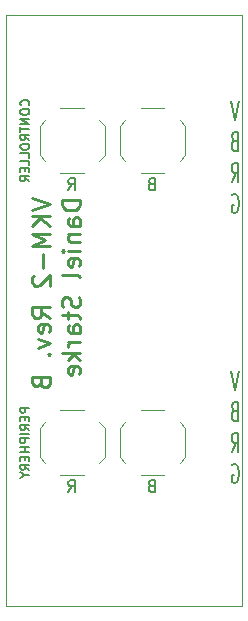
<source format=gbr>
G04 #@! TF.GenerationSoftware,KiCad,Pcbnew,(5.1.5)-3*
G04 #@! TF.CreationDate,2022-04-18T12:11:36+02:00*
G04 #@! TF.ProjectId,vkm,766b6d2e-6b69-4636-9164-5f7063625858,B*
G04 #@! TF.SameCoordinates,PX420a400PY707b2a8*
G04 #@! TF.FileFunction,Legend,Bot*
G04 #@! TF.FilePolarity,Positive*
%FSLAX46Y46*%
G04 Gerber Fmt 4.6, Leading zero omitted, Abs format (unit mm)*
G04 Created by KiCad (PCBNEW (5.1.5)-3) date 2022-04-18 12:11:36*
%MOMM*%
%LPD*%
G04 APERTURE LIST*
%ADD10C,0.150000*%
%ADD11C,0.127000*%
%ADD12C,0.254000*%
%ADD13C,0.050000*%
%ADD14C,0.120000*%
G04 APERTURE END LIST*
D10*
X19731333Y42778870D02*
X19398000Y41127870D01*
X19064666Y42778870D01*
X19326571Y39366179D02*
X19183714Y39287560D01*
X19136095Y39208941D01*
X19088476Y39051703D01*
X19088476Y38815846D01*
X19136095Y38658608D01*
X19183714Y38579989D01*
X19278952Y38501370D01*
X19659904Y38501370D01*
X19659904Y40152370D01*
X19326571Y40152370D01*
X19231333Y40073750D01*
X19183714Y39995131D01*
X19136095Y39837893D01*
X19136095Y39680655D01*
X19183714Y39523417D01*
X19231333Y39444798D01*
X19326571Y39366179D01*
X19659904Y39366179D01*
X19088476Y35874870D02*
X19421809Y36661060D01*
X19659904Y35874870D02*
X19659904Y37525870D01*
X19278952Y37525870D01*
X19183714Y37447250D01*
X19136095Y37368631D01*
X19088476Y37211393D01*
X19088476Y36975536D01*
X19136095Y36818298D01*
X19183714Y36739679D01*
X19278952Y36661060D01*
X19659904Y36661060D01*
X19136095Y34820750D02*
X19231333Y34899370D01*
X19374190Y34899370D01*
X19517047Y34820750D01*
X19612285Y34663512D01*
X19659904Y34506274D01*
X19707523Y34191798D01*
X19707523Y33955941D01*
X19659904Y33641465D01*
X19612285Y33484227D01*
X19517047Y33326989D01*
X19374190Y33248370D01*
X19278952Y33248370D01*
X19136095Y33326989D01*
X19088476Y33405608D01*
X19088476Y33955941D01*
X19278952Y33955941D01*
X19731333Y19918870D02*
X19398000Y18267870D01*
X19064666Y19918870D01*
X19326571Y16506179D02*
X19183714Y16427560D01*
X19136095Y16348941D01*
X19088476Y16191703D01*
X19088476Y15955846D01*
X19136095Y15798608D01*
X19183714Y15719989D01*
X19278952Y15641370D01*
X19659904Y15641370D01*
X19659904Y17292370D01*
X19326571Y17292370D01*
X19231333Y17213750D01*
X19183714Y17135131D01*
X19136095Y16977893D01*
X19136095Y16820655D01*
X19183714Y16663417D01*
X19231333Y16584798D01*
X19326571Y16506179D01*
X19659904Y16506179D01*
X19088476Y13014870D02*
X19421809Y13801060D01*
X19659904Y13014870D02*
X19659904Y14665870D01*
X19278952Y14665870D01*
X19183714Y14587250D01*
X19136095Y14508631D01*
X19088476Y14351393D01*
X19088476Y14115536D01*
X19136095Y13958298D01*
X19183714Y13879679D01*
X19278952Y13801060D01*
X19659904Y13801060D01*
X19136095Y11960750D02*
X19231333Y12039370D01*
X19374190Y12039370D01*
X19517047Y11960750D01*
X19612285Y11803512D01*
X19659904Y11646274D01*
X19707523Y11331798D01*
X19707523Y11095941D01*
X19659904Y10781465D01*
X19612285Y10624227D01*
X19517047Y10466989D01*
X19374190Y10388370D01*
X19278952Y10388370D01*
X19136095Y10466989D01*
X19088476Y10545608D01*
X19088476Y11095941D01*
X19278952Y11095941D01*
X5261476Y35207120D02*
X5594809Y35683310D01*
X5832904Y35207120D02*
X5832904Y36207120D01*
X5451952Y36207120D01*
X5356714Y36159500D01*
X5309095Y36111881D01*
X5261476Y36016643D01*
X5261476Y35873786D01*
X5309095Y35778548D01*
X5356714Y35730929D01*
X5451952Y35683310D01*
X5832904Y35683310D01*
X12299571Y35730929D02*
X12156714Y35683310D01*
X12109095Y35635691D01*
X12061476Y35540453D01*
X12061476Y35397596D01*
X12109095Y35302358D01*
X12156714Y35254739D01*
X12251952Y35207120D01*
X12632904Y35207120D01*
X12632904Y36207120D01*
X12299571Y36207120D01*
X12204333Y36159500D01*
X12156714Y36111881D01*
X12109095Y36016643D01*
X12109095Y35921405D01*
X12156714Y35826167D01*
X12204333Y35778548D01*
X12299571Y35730929D01*
X12632904Y35730929D01*
X12299571Y10170929D02*
X12156714Y10123310D01*
X12109095Y10075691D01*
X12061476Y9980453D01*
X12061476Y9837596D01*
X12109095Y9742358D01*
X12156714Y9694739D01*
X12251952Y9647120D01*
X12632904Y9647120D01*
X12632904Y10647120D01*
X12299571Y10647120D01*
X12204333Y10599500D01*
X12156714Y10551881D01*
X12109095Y10456643D01*
X12109095Y10361405D01*
X12156714Y10266167D01*
X12204333Y10218548D01*
X12299571Y10170929D01*
X12632904Y10170929D01*
X5261476Y9647120D02*
X5594809Y10123310D01*
X5832904Y9647120D02*
X5832904Y10647120D01*
X5451952Y10647120D01*
X5356714Y10599500D01*
X5309095Y10551881D01*
X5261476Y10456643D01*
X5261476Y10313786D01*
X5309095Y10218548D01*
X5356714Y10170929D01*
X5451952Y10123310D01*
X5832904Y10123310D01*
D11*
X1962714Y16781143D02*
X1200714Y16781143D01*
X1200714Y16490858D01*
X1237000Y16418286D01*
X1273285Y16382000D01*
X1345857Y16345715D01*
X1454714Y16345715D01*
X1527285Y16382000D01*
X1563571Y16418286D01*
X1599857Y16490858D01*
X1599857Y16781143D01*
X1563571Y16019143D02*
X1563571Y15765143D01*
X1962714Y15656286D02*
X1962714Y16019143D01*
X1200714Y16019143D01*
X1200714Y15656286D01*
X1962714Y14894286D02*
X1599857Y15148286D01*
X1962714Y15329715D02*
X1200714Y15329715D01*
X1200714Y15039429D01*
X1237000Y14966858D01*
X1273285Y14930572D01*
X1345857Y14894286D01*
X1454714Y14894286D01*
X1527285Y14930572D01*
X1563571Y14966858D01*
X1599857Y15039429D01*
X1599857Y15329715D01*
X1962714Y14567715D02*
X1200714Y14567715D01*
X1962714Y14204858D02*
X1200714Y14204858D01*
X1200714Y13914572D01*
X1237000Y13842000D01*
X1273285Y13805715D01*
X1345857Y13769429D01*
X1454714Y13769429D01*
X1527285Y13805715D01*
X1563571Y13842000D01*
X1599857Y13914572D01*
X1599857Y14204858D01*
X1962714Y13442858D02*
X1200714Y13442858D01*
X1563571Y13442858D02*
X1563571Y13007429D01*
X1962714Y13007429D02*
X1200714Y13007429D01*
X1563571Y12644572D02*
X1563571Y12390572D01*
X1962714Y12281715D02*
X1962714Y12644572D01*
X1200714Y12644572D01*
X1200714Y12281715D01*
X1962714Y11519715D02*
X1599857Y11773715D01*
X1962714Y11955143D02*
X1200714Y11955143D01*
X1200714Y11664858D01*
X1237000Y11592286D01*
X1273285Y11556000D01*
X1345857Y11519715D01*
X1454714Y11519715D01*
X1527285Y11556000D01*
X1563571Y11592286D01*
X1599857Y11664858D01*
X1599857Y11955143D01*
X1599857Y11048000D02*
X1962714Y11048000D01*
X1200714Y11302000D02*
X1599857Y11048000D01*
X1200714Y10794000D01*
X1890142Y42377429D02*
X1926428Y42413715D01*
X1962714Y42522572D01*
X1962714Y42595143D01*
X1926428Y42704000D01*
X1853857Y42776572D01*
X1781285Y42812858D01*
X1636142Y42849143D01*
X1527285Y42849143D01*
X1382142Y42812858D01*
X1309571Y42776572D01*
X1237000Y42704000D01*
X1200714Y42595143D01*
X1200714Y42522572D01*
X1237000Y42413715D01*
X1273285Y42377429D01*
X1200714Y41905715D02*
X1200714Y41760572D01*
X1237000Y41688000D01*
X1309571Y41615429D01*
X1454714Y41579143D01*
X1708714Y41579143D01*
X1853857Y41615429D01*
X1926428Y41688000D01*
X1962714Y41760572D01*
X1962714Y41905715D01*
X1926428Y41978286D01*
X1853857Y42050858D01*
X1708714Y42087143D01*
X1454714Y42087143D01*
X1309571Y42050858D01*
X1237000Y41978286D01*
X1200714Y41905715D01*
X1962714Y41252572D02*
X1200714Y41252572D01*
X1962714Y40817143D01*
X1200714Y40817143D01*
X1200714Y40563143D02*
X1200714Y40127715D01*
X1962714Y40345429D02*
X1200714Y40345429D01*
X1962714Y39438286D02*
X1599857Y39692286D01*
X1962714Y39873715D02*
X1200714Y39873715D01*
X1200714Y39583429D01*
X1237000Y39510858D01*
X1273285Y39474572D01*
X1345857Y39438286D01*
X1454714Y39438286D01*
X1527285Y39474572D01*
X1563571Y39510858D01*
X1599857Y39583429D01*
X1599857Y39873715D01*
X1200714Y38966572D02*
X1200714Y38821429D01*
X1237000Y38748858D01*
X1309571Y38676286D01*
X1454714Y38640000D01*
X1708714Y38640000D01*
X1853857Y38676286D01*
X1926428Y38748858D01*
X1962714Y38821429D01*
X1962714Y38966572D01*
X1926428Y39039143D01*
X1853857Y39111715D01*
X1708714Y39148000D01*
X1454714Y39148000D01*
X1309571Y39111715D01*
X1237000Y39039143D01*
X1200714Y38966572D01*
X1962714Y37950572D02*
X1962714Y38313429D01*
X1200714Y38313429D01*
X1962714Y37333715D02*
X1962714Y37696572D01*
X1200714Y37696572D01*
X1563571Y37079715D02*
X1563571Y36825715D01*
X1962714Y36716858D02*
X1962714Y37079715D01*
X1200714Y37079715D01*
X1200714Y36716858D01*
X1962714Y35954858D02*
X1599857Y36208858D01*
X1962714Y36390286D02*
X1200714Y36390286D01*
X1200714Y36100000D01*
X1237000Y36027429D01*
X1273285Y35991143D01*
X1345857Y35954858D01*
X1454714Y35954858D01*
X1527285Y35991143D01*
X1563571Y36027429D01*
X1599857Y36100000D01*
X1599857Y36390286D01*
D12*
X2180428Y34576758D02*
X3704428Y34068758D01*
X2180428Y33560758D01*
X3704428Y33052758D02*
X2180428Y33052758D01*
X3704428Y32181900D02*
X2833571Y32835043D01*
X2180428Y32181900D02*
X3051285Y33052758D01*
X3704428Y31528758D02*
X2180428Y31528758D01*
X3269000Y31020758D01*
X2180428Y30512758D01*
X3704428Y30512758D01*
X3123857Y29787043D02*
X3123857Y28625900D01*
X2325571Y27972758D02*
X2253000Y27900186D01*
X2180428Y27755043D01*
X2180428Y27392186D01*
X2253000Y27247043D01*
X2325571Y27174472D01*
X2470714Y27101900D01*
X2615857Y27101900D01*
X2833571Y27174472D01*
X3704428Y28045329D01*
X3704428Y27101900D01*
X3704428Y24416758D02*
X2978714Y24924758D01*
X3704428Y25287615D02*
X2180428Y25287615D01*
X2180428Y24707043D01*
X2253000Y24561900D01*
X2325571Y24489329D01*
X2470714Y24416758D01*
X2688428Y24416758D01*
X2833571Y24489329D01*
X2906142Y24561900D01*
X2978714Y24707043D01*
X2978714Y25287615D01*
X3631857Y23183043D02*
X3704428Y23328186D01*
X3704428Y23618472D01*
X3631857Y23763615D01*
X3486714Y23836186D01*
X2906142Y23836186D01*
X2761000Y23763615D01*
X2688428Y23618472D01*
X2688428Y23328186D01*
X2761000Y23183043D01*
X2906142Y23110472D01*
X3051285Y23110472D01*
X3196428Y23836186D01*
X2688428Y22602472D02*
X3704428Y22239615D01*
X2688428Y21876758D01*
X3559285Y21296186D02*
X3631857Y21223615D01*
X3704428Y21296186D01*
X3631857Y21368758D01*
X3559285Y21296186D01*
X3704428Y21296186D01*
X2906142Y18901329D02*
X2978714Y18683615D01*
X3051285Y18611043D01*
X3196428Y18538472D01*
X3414142Y18538472D01*
X3559285Y18611043D01*
X3631857Y18683615D01*
X3704428Y18828758D01*
X3704428Y19409329D01*
X2180428Y19409329D01*
X2180428Y18901329D01*
X2253000Y18756186D01*
X2325571Y18683615D01*
X2470714Y18611043D01*
X2615857Y18611043D01*
X2761000Y18683615D01*
X2833571Y18756186D01*
X2906142Y18901329D01*
X2906142Y19409329D01*
X6244428Y34359043D02*
X4720428Y34359043D01*
X4720428Y33996186D01*
X4793000Y33778472D01*
X4938142Y33633329D01*
X5083285Y33560758D01*
X5373571Y33488186D01*
X5591285Y33488186D01*
X5881571Y33560758D01*
X6026714Y33633329D01*
X6171857Y33778472D01*
X6244428Y33996186D01*
X6244428Y34359043D01*
X6244428Y32181900D02*
X5446142Y32181900D01*
X5301000Y32254472D01*
X5228428Y32399615D01*
X5228428Y32689900D01*
X5301000Y32835043D01*
X6171857Y32181900D02*
X6244428Y32327043D01*
X6244428Y32689900D01*
X6171857Y32835043D01*
X6026714Y32907615D01*
X5881571Y32907615D01*
X5736428Y32835043D01*
X5663857Y32689900D01*
X5663857Y32327043D01*
X5591285Y32181900D01*
X5228428Y31456186D02*
X6244428Y31456186D01*
X5373571Y31456186D02*
X5301000Y31383615D01*
X5228428Y31238472D01*
X5228428Y31020758D01*
X5301000Y30875615D01*
X5446142Y30803043D01*
X6244428Y30803043D01*
X6244428Y30077329D02*
X5228428Y30077329D01*
X4720428Y30077329D02*
X4793000Y30149900D01*
X4865571Y30077329D01*
X4793000Y30004758D01*
X4720428Y30077329D01*
X4865571Y30077329D01*
X6171857Y28771043D02*
X6244428Y28916186D01*
X6244428Y29206472D01*
X6171857Y29351615D01*
X6026714Y29424186D01*
X5446142Y29424186D01*
X5301000Y29351615D01*
X5228428Y29206472D01*
X5228428Y28916186D01*
X5301000Y28771043D01*
X5446142Y28698472D01*
X5591285Y28698472D01*
X5736428Y29424186D01*
X6244428Y27827615D02*
X6171857Y27972758D01*
X6026714Y28045329D01*
X4720428Y28045329D01*
X6171857Y26158472D02*
X6244428Y25940758D01*
X6244428Y25577900D01*
X6171857Y25432758D01*
X6099285Y25360186D01*
X5954142Y25287615D01*
X5809000Y25287615D01*
X5663857Y25360186D01*
X5591285Y25432758D01*
X5518714Y25577900D01*
X5446142Y25868186D01*
X5373571Y26013329D01*
X5301000Y26085900D01*
X5155857Y26158472D01*
X5010714Y26158472D01*
X4865571Y26085900D01*
X4793000Y26013329D01*
X4720428Y25868186D01*
X4720428Y25505329D01*
X4793000Y25287615D01*
X5228428Y24852186D02*
X5228428Y24271615D01*
X4720428Y24634472D02*
X6026714Y24634472D01*
X6171857Y24561900D01*
X6244428Y24416758D01*
X6244428Y24271615D01*
X6244428Y23110472D02*
X5446142Y23110472D01*
X5301000Y23183043D01*
X5228428Y23328186D01*
X5228428Y23618472D01*
X5301000Y23763615D01*
X6171857Y23110472D02*
X6244428Y23255615D01*
X6244428Y23618472D01*
X6171857Y23763615D01*
X6026714Y23836186D01*
X5881571Y23836186D01*
X5736428Y23763615D01*
X5663857Y23618472D01*
X5663857Y23255615D01*
X5591285Y23110472D01*
X6244428Y22384758D02*
X5228428Y22384758D01*
X5518714Y22384758D02*
X5373571Y22312186D01*
X5301000Y22239615D01*
X5228428Y22094472D01*
X5228428Y21949329D01*
X6244428Y21441329D02*
X4720428Y21441329D01*
X5663857Y21296186D02*
X6244428Y20860758D01*
X5228428Y20860758D02*
X5809000Y21441329D01*
X6171857Y19627043D02*
X6244428Y19772186D01*
X6244428Y20062472D01*
X6171857Y20207615D01*
X6026714Y20280186D01*
X5446142Y20280186D01*
X5301000Y20207615D01*
X5228428Y20062472D01*
X5228428Y19772186D01*
X5301000Y19627043D01*
X5446142Y19554472D01*
X5591285Y19554472D01*
X5736428Y20280186D01*
D13*
X0Y0D02*
X20000000Y0D01*
X0Y50000000D02*
X0Y0D01*
X20000000Y50000000D02*
X0Y50000000D01*
X20000000Y0D02*
X20000000Y50000000D01*
D14*
X10071000Y12142000D02*
X9621000Y12592000D01*
X10071000Y15542000D02*
X9621000Y15092000D01*
X14671000Y15542000D02*
X15121000Y15092000D01*
X14671000Y12142000D02*
X15121000Y12592000D01*
X13371000Y16592000D02*
X11371000Y16592000D01*
X9621000Y12592000D02*
X9621000Y15092000D01*
X13371000Y11092000D02*
X11371000Y11092000D01*
X15121000Y12592000D02*
X15121000Y15092000D01*
X7871000Y15542000D02*
X8321000Y15092000D01*
X7871000Y12142000D02*
X8321000Y12592000D01*
X3271000Y12142000D02*
X2821000Y12592000D01*
X3271000Y15542000D02*
X2821000Y15092000D01*
X4571000Y11092000D02*
X6571000Y11092000D01*
X8321000Y15092000D02*
X8321000Y12592000D01*
X4571000Y16592000D02*
X6571000Y16592000D01*
X2821000Y15092000D02*
X2821000Y12592000D01*
X15121000Y38152000D02*
X15121000Y40652000D01*
X13371000Y36652000D02*
X11371000Y36652000D01*
X9621000Y38152000D02*
X9621000Y40652000D01*
X13371000Y42152000D02*
X11371000Y42152000D01*
X14671000Y37702000D02*
X15121000Y38152000D01*
X14671000Y41102000D02*
X15121000Y40652000D01*
X10071000Y41102000D02*
X9621000Y40652000D01*
X10071000Y37702000D02*
X9621000Y38152000D01*
X2821000Y40652000D02*
X2821000Y38152000D01*
X4571000Y42152000D02*
X6571000Y42152000D01*
X8321000Y40652000D02*
X8321000Y38152000D01*
X4571000Y36652000D02*
X6571000Y36652000D01*
X3271000Y41102000D02*
X2821000Y40652000D01*
X3271000Y37702000D02*
X2821000Y38152000D01*
X7871000Y37702000D02*
X8321000Y38152000D01*
X7871000Y41102000D02*
X8321000Y40652000D01*
M02*

</source>
